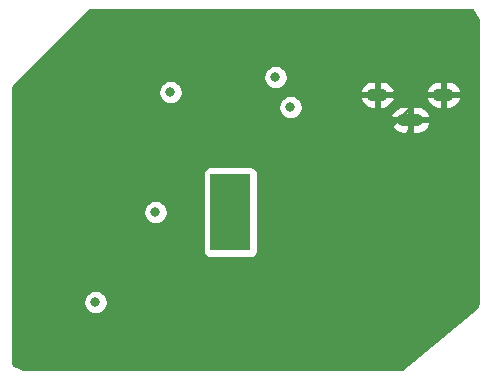
<source format=gbr>
G04 #@! TF.GenerationSoftware,KiCad,Pcbnew,(5.1.2)-2*
G04 #@! TF.CreationDate,2019-11-17T20:51:39-03:00*
G04 #@! TF.ProjectId,circuit,63697263-7569-4742-9e6b-696361645f70,rev?*
G04 #@! TF.SameCoordinates,Original*
G04 #@! TF.FileFunction,Copper,L2,Bot*
G04 #@! TF.FilePolarity,Positive*
%FSLAX46Y46*%
G04 Gerber Fmt 4.6, Leading zero omitted, Abs format (unit mm)*
G04 Created by KiCad (PCBNEW (5.1.2)-2) date 2019-11-17 20:51:39*
%MOMM*%
%LPD*%
G04 APERTURE LIST*
%ADD10O,1.800000X1.100000*%
%ADD11O,2.200000X1.100000*%
%ADD12R,3.400000X6.500000*%
%ADD13C,0.600000*%
%ADD14C,0.800000*%
%ADD15C,0.250000*%
%ADD16C,0.254000*%
G04 APERTURE END LIST*
D10*
X171190000Y-64965000D03*
X176790000Y-64965000D03*
D11*
X173990000Y-67115000D03*
D12*
X158750000Y-74930000D03*
D13*
X157450000Y-71980000D03*
X158750000Y-71980000D03*
X160050000Y-71980000D03*
X160050000Y-73455000D03*
X158750000Y-73455000D03*
X157450000Y-73455000D03*
X160050000Y-74930000D03*
X158750000Y-74930000D03*
X157450000Y-74930000D03*
X160050000Y-76405000D03*
X158750000Y-76405000D03*
X157450000Y-76405000D03*
X160050000Y-77880000D03*
X158750000Y-77880000D03*
X157450000Y-77880000D03*
D14*
X152400000Y-74930000D03*
X162560000Y-63500000D03*
X163830000Y-66040000D03*
X153670000Y-64770000D03*
X147320000Y-82550000D03*
X149860000Y-69850000D03*
X165100000Y-74930000D03*
X161290000Y-58420000D03*
X165100000Y-80010000D03*
X170180000Y-69850000D03*
D15*
X171190000Y-68840000D02*
X170180000Y-69850000D01*
X171190000Y-64965000D02*
X171190000Y-68840000D01*
X175065000Y-64965000D02*
X170180000Y-69850000D01*
X170745685Y-69850000D02*
X170180000Y-69850000D01*
X172055000Y-69850000D02*
X170745685Y-69850000D01*
X173990000Y-67915000D02*
X172055000Y-69850000D01*
X173990000Y-67115000D02*
X173990000Y-67915000D01*
X175065000Y-64965000D02*
X176790000Y-64965000D01*
D16*
G36*
X179187869Y-57824722D02*
G01*
X179279151Y-57852282D01*
X179680000Y-58653980D01*
X179680001Y-82524061D01*
X179645416Y-82963504D01*
X173313620Y-88240000D01*
X141203980Y-88240000D01*
X140402575Y-87839298D01*
X140375560Y-87752024D01*
X140360000Y-87603979D01*
X140360000Y-82448061D01*
X146285000Y-82448061D01*
X146285000Y-82651939D01*
X146324774Y-82851898D01*
X146402795Y-83040256D01*
X146516063Y-83209774D01*
X146660226Y-83353937D01*
X146829744Y-83467205D01*
X147018102Y-83545226D01*
X147218061Y-83585000D01*
X147421939Y-83585000D01*
X147621898Y-83545226D01*
X147810256Y-83467205D01*
X147979774Y-83353937D01*
X148123937Y-83209774D01*
X148237205Y-83040256D01*
X148315226Y-82851898D01*
X148355000Y-82651939D01*
X148355000Y-82448061D01*
X148315226Y-82248102D01*
X148237205Y-82059744D01*
X148123937Y-81890226D01*
X147979774Y-81746063D01*
X147810256Y-81632795D01*
X147621898Y-81554774D01*
X147421939Y-81515000D01*
X147218061Y-81515000D01*
X147018102Y-81554774D01*
X146829744Y-81632795D01*
X146660226Y-81746063D01*
X146516063Y-81890226D01*
X146402795Y-82059744D01*
X146324774Y-82248102D01*
X146285000Y-82448061D01*
X140360000Y-82448061D01*
X140360000Y-74828061D01*
X151365000Y-74828061D01*
X151365000Y-75031939D01*
X151404774Y-75231898D01*
X151482795Y-75420256D01*
X151596063Y-75589774D01*
X151740226Y-75733937D01*
X151909744Y-75847205D01*
X152098102Y-75925226D01*
X152298061Y-75965000D01*
X152501939Y-75965000D01*
X152701898Y-75925226D01*
X152890256Y-75847205D01*
X153059774Y-75733937D01*
X153203937Y-75589774D01*
X153317205Y-75420256D01*
X153395226Y-75231898D01*
X153435000Y-75031939D01*
X153435000Y-74828061D01*
X153395226Y-74628102D01*
X153317205Y-74439744D01*
X153203937Y-74270226D01*
X153059774Y-74126063D01*
X152890256Y-74012795D01*
X152701898Y-73934774D01*
X152501939Y-73895000D01*
X152298061Y-73895000D01*
X152098102Y-73934774D01*
X151909744Y-74012795D01*
X151740226Y-74126063D01*
X151596063Y-74270226D01*
X151482795Y-74439744D01*
X151404774Y-74628102D01*
X151365000Y-74828061D01*
X140360000Y-74828061D01*
X140360000Y-71680000D01*
X156411928Y-71680000D01*
X156411928Y-78180000D01*
X156424188Y-78304482D01*
X156460498Y-78424180D01*
X156519463Y-78534494D01*
X156598815Y-78631185D01*
X156695506Y-78710537D01*
X156805820Y-78769502D01*
X156925518Y-78805812D01*
X157050000Y-78818072D01*
X160450000Y-78818072D01*
X160574482Y-78805812D01*
X160694180Y-78769502D01*
X160804494Y-78710537D01*
X160901185Y-78631185D01*
X160980537Y-78534494D01*
X161039502Y-78424180D01*
X161075812Y-78304482D01*
X161088072Y-78180000D01*
X161088072Y-71680000D01*
X161075812Y-71555518D01*
X161039502Y-71435820D01*
X160980537Y-71325506D01*
X160901185Y-71228815D01*
X160804494Y-71149463D01*
X160694180Y-71090498D01*
X160574482Y-71054188D01*
X160450000Y-71041928D01*
X157050000Y-71041928D01*
X156925518Y-71054188D01*
X156805820Y-71090498D01*
X156695506Y-71149463D01*
X156598815Y-71228815D01*
X156519463Y-71325506D01*
X156460498Y-71435820D01*
X156424188Y-71555518D01*
X156411928Y-71680000D01*
X140360000Y-71680000D01*
X140360000Y-67424744D01*
X172296197Y-67424744D01*
X172296601Y-67451147D01*
X172384150Y-67667754D01*
X172512275Y-67863119D01*
X172676052Y-68029734D01*
X172869187Y-68161196D01*
X173084258Y-68252454D01*
X173313000Y-68300000D01*
X173863000Y-68300000D01*
X173863000Y-67242000D01*
X174117000Y-67242000D01*
X174117000Y-68300000D01*
X174667000Y-68300000D01*
X174895742Y-68252454D01*
X175110813Y-68161196D01*
X175303948Y-68029734D01*
X175467725Y-67863119D01*
X175595850Y-67667754D01*
X175683399Y-67451147D01*
X175683803Y-67424744D01*
X175558361Y-67242000D01*
X174117000Y-67242000D01*
X173863000Y-67242000D01*
X172421639Y-67242000D01*
X172296197Y-67424744D01*
X140360000Y-67424744D01*
X140360000Y-65938061D01*
X162795000Y-65938061D01*
X162795000Y-66141939D01*
X162834774Y-66341898D01*
X162912795Y-66530256D01*
X163026063Y-66699774D01*
X163170226Y-66843937D01*
X163339744Y-66957205D01*
X163528102Y-67035226D01*
X163728061Y-67075000D01*
X163931939Y-67075000D01*
X164131898Y-67035226D01*
X164320256Y-66957205D01*
X164489774Y-66843937D01*
X164528455Y-66805256D01*
X172296197Y-66805256D01*
X172421639Y-66988000D01*
X173863000Y-66988000D01*
X173863000Y-65930000D01*
X174117000Y-65930000D01*
X174117000Y-66988000D01*
X175558361Y-66988000D01*
X175683803Y-66805256D01*
X175683399Y-66778853D01*
X175595850Y-66562246D01*
X175467725Y-66366881D01*
X175303948Y-66200266D01*
X175110813Y-66068804D01*
X174895742Y-65977546D01*
X174667000Y-65930000D01*
X174117000Y-65930000D01*
X173863000Y-65930000D01*
X173313000Y-65930000D01*
X173084258Y-65977546D01*
X172869187Y-66068804D01*
X172676052Y-66200266D01*
X172512275Y-66366881D01*
X172384150Y-66562246D01*
X172296601Y-66778853D01*
X172296197Y-66805256D01*
X164528455Y-66805256D01*
X164633937Y-66699774D01*
X164747205Y-66530256D01*
X164825226Y-66341898D01*
X164865000Y-66141939D01*
X164865000Y-65938061D01*
X164825226Y-65738102D01*
X164747205Y-65549744D01*
X164633937Y-65380226D01*
X164528455Y-65274744D01*
X169696197Y-65274744D01*
X169696601Y-65301147D01*
X169784150Y-65517754D01*
X169912275Y-65713119D01*
X170076052Y-65879734D01*
X170269187Y-66011196D01*
X170484258Y-66102454D01*
X170713000Y-66150000D01*
X171063000Y-66150000D01*
X171063000Y-65092000D01*
X171317000Y-65092000D01*
X171317000Y-66150000D01*
X171667000Y-66150000D01*
X171895742Y-66102454D01*
X172110813Y-66011196D01*
X172303948Y-65879734D01*
X172467725Y-65713119D01*
X172595850Y-65517754D01*
X172683399Y-65301147D01*
X172683803Y-65274744D01*
X175296197Y-65274744D01*
X175296601Y-65301147D01*
X175384150Y-65517754D01*
X175512275Y-65713119D01*
X175676052Y-65879734D01*
X175869187Y-66011196D01*
X176084258Y-66102454D01*
X176313000Y-66150000D01*
X176663000Y-66150000D01*
X176663000Y-65092000D01*
X176917000Y-65092000D01*
X176917000Y-66150000D01*
X177267000Y-66150000D01*
X177495742Y-66102454D01*
X177710813Y-66011196D01*
X177903948Y-65879734D01*
X178067725Y-65713119D01*
X178195850Y-65517754D01*
X178283399Y-65301147D01*
X178283803Y-65274744D01*
X178158361Y-65092000D01*
X176917000Y-65092000D01*
X176663000Y-65092000D01*
X175421639Y-65092000D01*
X175296197Y-65274744D01*
X172683803Y-65274744D01*
X172558361Y-65092000D01*
X171317000Y-65092000D01*
X171063000Y-65092000D01*
X169821639Y-65092000D01*
X169696197Y-65274744D01*
X164528455Y-65274744D01*
X164489774Y-65236063D01*
X164320256Y-65122795D01*
X164131898Y-65044774D01*
X163931939Y-65005000D01*
X163728061Y-65005000D01*
X163528102Y-65044774D01*
X163339744Y-65122795D01*
X163170226Y-65236063D01*
X163026063Y-65380226D01*
X162912795Y-65549744D01*
X162834774Y-65738102D01*
X162795000Y-65938061D01*
X140360000Y-65938061D01*
X140360000Y-64668061D01*
X152635000Y-64668061D01*
X152635000Y-64871939D01*
X152674774Y-65071898D01*
X152752795Y-65260256D01*
X152866063Y-65429774D01*
X153010226Y-65573937D01*
X153179744Y-65687205D01*
X153368102Y-65765226D01*
X153568061Y-65805000D01*
X153771939Y-65805000D01*
X153971898Y-65765226D01*
X154160256Y-65687205D01*
X154329774Y-65573937D01*
X154473937Y-65429774D01*
X154587205Y-65260256D01*
X154665226Y-65071898D01*
X154705000Y-64871939D01*
X154705000Y-64668061D01*
X154702453Y-64655256D01*
X169696197Y-64655256D01*
X169821639Y-64838000D01*
X171063000Y-64838000D01*
X171063000Y-63780000D01*
X171317000Y-63780000D01*
X171317000Y-64838000D01*
X172558361Y-64838000D01*
X172683803Y-64655256D01*
X175296197Y-64655256D01*
X175421639Y-64838000D01*
X176663000Y-64838000D01*
X176663000Y-63780000D01*
X176917000Y-63780000D01*
X176917000Y-64838000D01*
X178158361Y-64838000D01*
X178283803Y-64655256D01*
X178283399Y-64628853D01*
X178195850Y-64412246D01*
X178067725Y-64216881D01*
X177903948Y-64050266D01*
X177710813Y-63918804D01*
X177495742Y-63827546D01*
X177267000Y-63780000D01*
X176917000Y-63780000D01*
X176663000Y-63780000D01*
X176313000Y-63780000D01*
X176084258Y-63827546D01*
X175869187Y-63918804D01*
X175676052Y-64050266D01*
X175512275Y-64216881D01*
X175384150Y-64412246D01*
X175296601Y-64628853D01*
X175296197Y-64655256D01*
X172683803Y-64655256D01*
X172683399Y-64628853D01*
X172595850Y-64412246D01*
X172467725Y-64216881D01*
X172303948Y-64050266D01*
X172110813Y-63918804D01*
X171895742Y-63827546D01*
X171667000Y-63780000D01*
X171317000Y-63780000D01*
X171063000Y-63780000D01*
X170713000Y-63780000D01*
X170484258Y-63827546D01*
X170269187Y-63918804D01*
X170076052Y-64050266D01*
X169912275Y-64216881D01*
X169784150Y-64412246D01*
X169696601Y-64628853D01*
X169696197Y-64655256D01*
X154702453Y-64655256D01*
X154665226Y-64468102D01*
X154587205Y-64279744D01*
X154473937Y-64110226D01*
X154329774Y-63966063D01*
X154160256Y-63852795D01*
X153971898Y-63774774D01*
X153771939Y-63735000D01*
X153568061Y-63735000D01*
X153368102Y-63774774D01*
X153179744Y-63852795D01*
X153010226Y-63966063D01*
X152866063Y-64110226D01*
X152752795Y-64279744D01*
X152674774Y-64468102D01*
X152635000Y-64668061D01*
X140360000Y-64668061D01*
X140360000Y-64289606D01*
X141251545Y-63398061D01*
X161525000Y-63398061D01*
X161525000Y-63601939D01*
X161564774Y-63801898D01*
X161642795Y-63990256D01*
X161756063Y-64159774D01*
X161900226Y-64303937D01*
X162069744Y-64417205D01*
X162258102Y-64495226D01*
X162458061Y-64535000D01*
X162661939Y-64535000D01*
X162861898Y-64495226D01*
X163050256Y-64417205D01*
X163219774Y-64303937D01*
X163363937Y-64159774D01*
X163477205Y-63990256D01*
X163555226Y-63801898D01*
X163595000Y-63601939D01*
X163595000Y-63398061D01*
X163555226Y-63198102D01*
X163477205Y-63009744D01*
X163363937Y-62840226D01*
X163219774Y-62696063D01*
X163050256Y-62582795D01*
X162861898Y-62504774D01*
X162661939Y-62465000D01*
X162458061Y-62465000D01*
X162258102Y-62504774D01*
X162069744Y-62582795D01*
X161900226Y-62696063D01*
X161756063Y-62840226D01*
X161642795Y-63009744D01*
X161564774Y-63198102D01*
X161525000Y-63398061D01*
X141251545Y-63398061D01*
X146839606Y-57810000D01*
X179037721Y-57810000D01*
X179187869Y-57824722D01*
X179187869Y-57824722D01*
G37*
X179187869Y-57824722D02*
X179279151Y-57852282D01*
X179680000Y-58653980D01*
X179680001Y-82524061D01*
X179645416Y-82963504D01*
X173313620Y-88240000D01*
X141203980Y-88240000D01*
X140402575Y-87839298D01*
X140375560Y-87752024D01*
X140360000Y-87603979D01*
X140360000Y-82448061D01*
X146285000Y-82448061D01*
X146285000Y-82651939D01*
X146324774Y-82851898D01*
X146402795Y-83040256D01*
X146516063Y-83209774D01*
X146660226Y-83353937D01*
X146829744Y-83467205D01*
X147018102Y-83545226D01*
X147218061Y-83585000D01*
X147421939Y-83585000D01*
X147621898Y-83545226D01*
X147810256Y-83467205D01*
X147979774Y-83353937D01*
X148123937Y-83209774D01*
X148237205Y-83040256D01*
X148315226Y-82851898D01*
X148355000Y-82651939D01*
X148355000Y-82448061D01*
X148315226Y-82248102D01*
X148237205Y-82059744D01*
X148123937Y-81890226D01*
X147979774Y-81746063D01*
X147810256Y-81632795D01*
X147621898Y-81554774D01*
X147421939Y-81515000D01*
X147218061Y-81515000D01*
X147018102Y-81554774D01*
X146829744Y-81632795D01*
X146660226Y-81746063D01*
X146516063Y-81890226D01*
X146402795Y-82059744D01*
X146324774Y-82248102D01*
X146285000Y-82448061D01*
X140360000Y-82448061D01*
X140360000Y-74828061D01*
X151365000Y-74828061D01*
X151365000Y-75031939D01*
X151404774Y-75231898D01*
X151482795Y-75420256D01*
X151596063Y-75589774D01*
X151740226Y-75733937D01*
X151909744Y-75847205D01*
X152098102Y-75925226D01*
X152298061Y-75965000D01*
X152501939Y-75965000D01*
X152701898Y-75925226D01*
X152890256Y-75847205D01*
X153059774Y-75733937D01*
X153203937Y-75589774D01*
X153317205Y-75420256D01*
X153395226Y-75231898D01*
X153435000Y-75031939D01*
X153435000Y-74828061D01*
X153395226Y-74628102D01*
X153317205Y-74439744D01*
X153203937Y-74270226D01*
X153059774Y-74126063D01*
X152890256Y-74012795D01*
X152701898Y-73934774D01*
X152501939Y-73895000D01*
X152298061Y-73895000D01*
X152098102Y-73934774D01*
X151909744Y-74012795D01*
X151740226Y-74126063D01*
X151596063Y-74270226D01*
X151482795Y-74439744D01*
X151404774Y-74628102D01*
X151365000Y-74828061D01*
X140360000Y-74828061D01*
X140360000Y-71680000D01*
X156411928Y-71680000D01*
X156411928Y-78180000D01*
X156424188Y-78304482D01*
X156460498Y-78424180D01*
X156519463Y-78534494D01*
X156598815Y-78631185D01*
X156695506Y-78710537D01*
X156805820Y-78769502D01*
X156925518Y-78805812D01*
X157050000Y-78818072D01*
X160450000Y-78818072D01*
X160574482Y-78805812D01*
X160694180Y-78769502D01*
X160804494Y-78710537D01*
X160901185Y-78631185D01*
X160980537Y-78534494D01*
X161039502Y-78424180D01*
X161075812Y-78304482D01*
X161088072Y-78180000D01*
X161088072Y-71680000D01*
X161075812Y-71555518D01*
X161039502Y-71435820D01*
X160980537Y-71325506D01*
X160901185Y-71228815D01*
X160804494Y-71149463D01*
X160694180Y-71090498D01*
X160574482Y-71054188D01*
X160450000Y-71041928D01*
X157050000Y-71041928D01*
X156925518Y-71054188D01*
X156805820Y-71090498D01*
X156695506Y-71149463D01*
X156598815Y-71228815D01*
X156519463Y-71325506D01*
X156460498Y-71435820D01*
X156424188Y-71555518D01*
X156411928Y-71680000D01*
X140360000Y-71680000D01*
X140360000Y-67424744D01*
X172296197Y-67424744D01*
X172296601Y-67451147D01*
X172384150Y-67667754D01*
X172512275Y-67863119D01*
X172676052Y-68029734D01*
X172869187Y-68161196D01*
X173084258Y-68252454D01*
X173313000Y-68300000D01*
X173863000Y-68300000D01*
X173863000Y-67242000D01*
X174117000Y-67242000D01*
X174117000Y-68300000D01*
X174667000Y-68300000D01*
X174895742Y-68252454D01*
X175110813Y-68161196D01*
X175303948Y-68029734D01*
X175467725Y-67863119D01*
X175595850Y-67667754D01*
X175683399Y-67451147D01*
X175683803Y-67424744D01*
X175558361Y-67242000D01*
X174117000Y-67242000D01*
X173863000Y-67242000D01*
X172421639Y-67242000D01*
X172296197Y-67424744D01*
X140360000Y-67424744D01*
X140360000Y-65938061D01*
X162795000Y-65938061D01*
X162795000Y-66141939D01*
X162834774Y-66341898D01*
X162912795Y-66530256D01*
X163026063Y-66699774D01*
X163170226Y-66843937D01*
X163339744Y-66957205D01*
X163528102Y-67035226D01*
X163728061Y-67075000D01*
X163931939Y-67075000D01*
X164131898Y-67035226D01*
X164320256Y-66957205D01*
X164489774Y-66843937D01*
X164528455Y-66805256D01*
X172296197Y-66805256D01*
X172421639Y-66988000D01*
X173863000Y-66988000D01*
X173863000Y-65930000D01*
X174117000Y-65930000D01*
X174117000Y-66988000D01*
X175558361Y-66988000D01*
X175683803Y-66805256D01*
X175683399Y-66778853D01*
X175595850Y-66562246D01*
X175467725Y-66366881D01*
X175303948Y-66200266D01*
X175110813Y-66068804D01*
X174895742Y-65977546D01*
X174667000Y-65930000D01*
X174117000Y-65930000D01*
X173863000Y-65930000D01*
X173313000Y-65930000D01*
X173084258Y-65977546D01*
X172869187Y-66068804D01*
X172676052Y-66200266D01*
X172512275Y-66366881D01*
X172384150Y-66562246D01*
X172296601Y-66778853D01*
X172296197Y-66805256D01*
X164528455Y-66805256D01*
X164633937Y-66699774D01*
X164747205Y-66530256D01*
X164825226Y-66341898D01*
X164865000Y-66141939D01*
X164865000Y-65938061D01*
X164825226Y-65738102D01*
X164747205Y-65549744D01*
X164633937Y-65380226D01*
X164528455Y-65274744D01*
X169696197Y-65274744D01*
X169696601Y-65301147D01*
X169784150Y-65517754D01*
X169912275Y-65713119D01*
X170076052Y-65879734D01*
X170269187Y-66011196D01*
X170484258Y-66102454D01*
X170713000Y-66150000D01*
X171063000Y-66150000D01*
X171063000Y-65092000D01*
X171317000Y-65092000D01*
X171317000Y-66150000D01*
X171667000Y-66150000D01*
X171895742Y-66102454D01*
X172110813Y-66011196D01*
X172303948Y-65879734D01*
X172467725Y-65713119D01*
X172595850Y-65517754D01*
X172683399Y-65301147D01*
X172683803Y-65274744D01*
X175296197Y-65274744D01*
X175296601Y-65301147D01*
X175384150Y-65517754D01*
X175512275Y-65713119D01*
X175676052Y-65879734D01*
X175869187Y-66011196D01*
X176084258Y-66102454D01*
X176313000Y-66150000D01*
X176663000Y-66150000D01*
X176663000Y-65092000D01*
X176917000Y-65092000D01*
X176917000Y-66150000D01*
X177267000Y-66150000D01*
X177495742Y-66102454D01*
X177710813Y-66011196D01*
X177903948Y-65879734D01*
X178067725Y-65713119D01*
X178195850Y-65517754D01*
X178283399Y-65301147D01*
X178283803Y-65274744D01*
X178158361Y-65092000D01*
X176917000Y-65092000D01*
X176663000Y-65092000D01*
X175421639Y-65092000D01*
X175296197Y-65274744D01*
X172683803Y-65274744D01*
X172558361Y-65092000D01*
X171317000Y-65092000D01*
X171063000Y-65092000D01*
X169821639Y-65092000D01*
X169696197Y-65274744D01*
X164528455Y-65274744D01*
X164489774Y-65236063D01*
X164320256Y-65122795D01*
X164131898Y-65044774D01*
X163931939Y-65005000D01*
X163728061Y-65005000D01*
X163528102Y-65044774D01*
X163339744Y-65122795D01*
X163170226Y-65236063D01*
X163026063Y-65380226D01*
X162912795Y-65549744D01*
X162834774Y-65738102D01*
X162795000Y-65938061D01*
X140360000Y-65938061D01*
X140360000Y-64668061D01*
X152635000Y-64668061D01*
X152635000Y-64871939D01*
X152674774Y-65071898D01*
X152752795Y-65260256D01*
X152866063Y-65429774D01*
X153010226Y-65573937D01*
X153179744Y-65687205D01*
X153368102Y-65765226D01*
X153568061Y-65805000D01*
X153771939Y-65805000D01*
X153971898Y-65765226D01*
X154160256Y-65687205D01*
X154329774Y-65573937D01*
X154473937Y-65429774D01*
X154587205Y-65260256D01*
X154665226Y-65071898D01*
X154705000Y-64871939D01*
X154705000Y-64668061D01*
X154702453Y-64655256D01*
X169696197Y-64655256D01*
X169821639Y-64838000D01*
X171063000Y-64838000D01*
X171063000Y-63780000D01*
X171317000Y-63780000D01*
X171317000Y-64838000D01*
X172558361Y-64838000D01*
X172683803Y-64655256D01*
X175296197Y-64655256D01*
X175421639Y-64838000D01*
X176663000Y-64838000D01*
X176663000Y-63780000D01*
X176917000Y-63780000D01*
X176917000Y-64838000D01*
X178158361Y-64838000D01*
X178283803Y-64655256D01*
X178283399Y-64628853D01*
X178195850Y-64412246D01*
X178067725Y-64216881D01*
X177903948Y-64050266D01*
X177710813Y-63918804D01*
X177495742Y-63827546D01*
X177267000Y-63780000D01*
X176917000Y-63780000D01*
X176663000Y-63780000D01*
X176313000Y-63780000D01*
X176084258Y-63827546D01*
X175869187Y-63918804D01*
X175676052Y-64050266D01*
X175512275Y-64216881D01*
X175384150Y-64412246D01*
X175296601Y-64628853D01*
X175296197Y-64655256D01*
X172683803Y-64655256D01*
X172683399Y-64628853D01*
X172595850Y-64412246D01*
X172467725Y-64216881D01*
X172303948Y-64050266D01*
X172110813Y-63918804D01*
X171895742Y-63827546D01*
X171667000Y-63780000D01*
X171317000Y-63780000D01*
X171063000Y-63780000D01*
X170713000Y-63780000D01*
X170484258Y-63827546D01*
X170269187Y-63918804D01*
X170076052Y-64050266D01*
X169912275Y-64216881D01*
X169784150Y-64412246D01*
X169696601Y-64628853D01*
X169696197Y-64655256D01*
X154702453Y-64655256D01*
X154665226Y-64468102D01*
X154587205Y-64279744D01*
X154473937Y-64110226D01*
X154329774Y-63966063D01*
X154160256Y-63852795D01*
X153971898Y-63774774D01*
X153771939Y-63735000D01*
X153568061Y-63735000D01*
X153368102Y-63774774D01*
X153179744Y-63852795D01*
X153010226Y-63966063D01*
X152866063Y-64110226D01*
X152752795Y-64279744D01*
X152674774Y-64468102D01*
X152635000Y-64668061D01*
X140360000Y-64668061D01*
X140360000Y-64289606D01*
X141251545Y-63398061D01*
X161525000Y-63398061D01*
X161525000Y-63601939D01*
X161564774Y-63801898D01*
X161642795Y-63990256D01*
X161756063Y-64159774D01*
X161900226Y-64303937D01*
X162069744Y-64417205D01*
X162258102Y-64495226D01*
X162458061Y-64535000D01*
X162661939Y-64535000D01*
X162861898Y-64495226D01*
X163050256Y-64417205D01*
X163219774Y-64303937D01*
X163363937Y-64159774D01*
X163477205Y-63990256D01*
X163555226Y-63801898D01*
X163595000Y-63601939D01*
X163595000Y-63398061D01*
X163555226Y-63198102D01*
X163477205Y-63009744D01*
X163363937Y-62840226D01*
X163219774Y-62696063D01*
X163050256Y-62582795D01*
X162861898Y-62504774D01*
X162661939Y-62465000D01*
X162458061Y-62465000D01*
X162258102Y-62504774D01*
X162069744Y-62582795D01*
X161900226Y-62696063D01*
X161756063Y-62840226D01*
X161642795Y-63009744D01*
X161564774Y-63198102D01*
X161525000Y-63398061D01*
X141251545Y-63398061D01*
X146839606Y-57810000D01*
X179037721Y-57810000D01*
X179187869Y-57824722D01*
M02*

</source>
